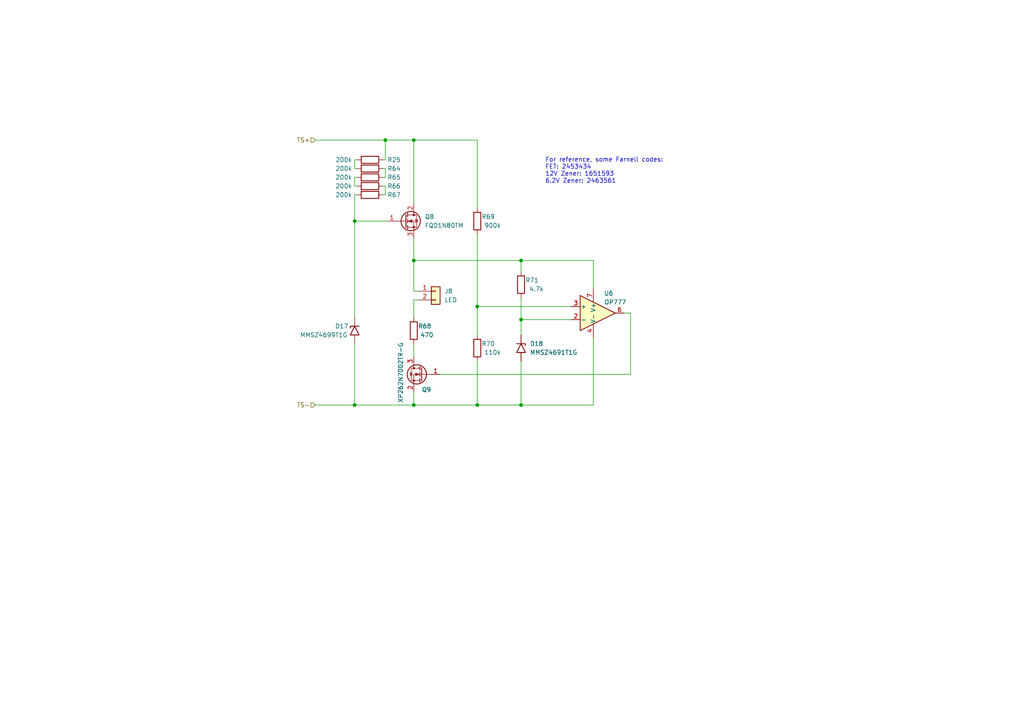
<source format=kicad_sch>
(kicad_sch (version 20211123) (generator eeschema)
  (paper "A4")
  (lib_symbols
    (symbol "Connector_Generic:Conn_01x02" (pin_names (offset 1.016) hide)
      (property "Reference" "J" (at 0 2.54 0))
      (property "Value" "Conn_01x02" (at 0 -5.08 0))
      (symbol "Conn_01x02_1_1"
        (rectangle (start -1.27 -2.413) (end 0 -2.667) (stroke (width 0.1524)))
        (rectangle (start -1.27 0.127) (end 0 -0.127) (stroke (width 0.1524)))
        (rectangle (start -1.27 1.27) (end 1.27 -3.81) (stroke (width 0.254)) (fill (type background)))
        (pin passive line (at -5.08 0 0) (length 3.81) (name "Pin_1") (number "1"))
        (pin passive line (at -5.08 -2.54 0) (length 3.81) (name "Pin_2") (number "2"))
      )
    )
    (symbol "Device:Q_NMOS_GSD" (pin_names (offset 0) hide)
      (property "Reference" "Q" (at 5.08 1.27 0))
      (property "Value" "Q_NMOS_GSD" (at 5.08 -1.27 0))
      (symbol "Q_NMOS_GSD_0_1"
        (polyline (pts (xy 0.254 0) (xy -2.54 0)))
        (polyline (pts (xy 0.254 1.905) (xy 0.254 -1.905)) (stroke (width 0.254)))
        (polyline (pts (xy 0.762 -1.27) (xy 0.762 -2.286)) (stroke (width 0.254)))
        (polyline (pts (xy 0.762 0.508) (xy 0.762 -0.508)) (stroke (width 0.254)))
        (polyline (pts (xy 0.762 2.286) (xy 0.762 1.27)) (stroke (width 0.254)))
        (polyline (pts (xy 2.54 2.54) (xy 2.54 1.778)))
        (polyline (pts (xy 2.54 -2.54) (xy 2.54 0) (xy 0.762 0)))
        (polyline (pts (xy 0.762 -1.778) (xy 3.302 -1.778) (xy 3.302 1.778) (xy 0.762 1.778)))
        (polyline (pts (xy 1.016 0) (xy 2.032 0.381) (xy 2.032 -0.381) (xy 1.016 0)) (fill (type outline)))
        (polyline (pts (xy 2.794 0.508) (xy 2.921 0.381) (xy 3.683 0.381) (xy 3.81 0.254)))
        (polyline (pts (xy 3.302 0.381) (xy 2.921 -0.254) (xy 3.683 -0.254) (xy 3.302 0.381)))
        (circle (center 1.651 0) (radius 2.794) (stroke (width 0.254)))
        (circle (center 2.54 -1.778) (radius 0.254) (fill (type outline)))
        (circle (center 2.54 1.778) (radius 0.254) (fill (type outline)))
      )
      (symbol "Q_NMOS_GSD_1_1"
        (pin input line (at -5.08 0 0) (length 2.54) (name "G") (number "1"))
        (pin passive line (at 2.54 -5.08 90) (length 2.54) (name "S") (number "2"))
        (pin passive line (at 2.54 5.08 270) (length 2.54) (name "D") (number "3"))
      )
    )
    (symbol "Device:R" (pin_numbers hide) (pin_names (offset 0))
      (property "Reference" "R" (at 2.032 0 90))
      (property "Value" "R" (at 0 0 90))
      (symbol "R_0_1"
        (rectangle (start -1.016 -2.54) (end 1.016 2.54) (stroke (width 0.254)))
      )
      (symbol "R_1_1"
        (pin passive line (at 0 3.81 270) (length 1.27) (name "~") (number "1"))
        (pin passive line (at 0 -3.81 90) (length 1.27) (name "~") (number "2"))
      )
    )
    (symbol "Diode:1N630xA" (pin_numbers hide) (pin_names (offset 1.016) hide)
      (property "Reference" "D" (at 0 2.54 0))
      (property "Value" "1N630xA" (at 0 -2.54 0))
      (symbol "1N630xA_0_1"
        (polyline (pts (xy -0.762 1.27) (xy -1.27 1.27) (xy -1.27 -1.27)) (stroke (width 0.254)))
        (polyline (pts (xy 1.27 1.27) (xy 1.27 -1.27) (xy -1.27 0) (xy 1.27 1.27)) (stroke (width 0.254)))
      )
      (symbol "1N630xA_1_1"
        (pin passive line (at -3.81 0 0) (length 2.54) (name "A1") (number "1"))
        (pin passive line (at 3.81 0 180) (length 2.54) (name "A2") (number "2"))
      )
    )
    (symbol "SUFST:FQD1N80TM" (pin_names hide)
      (property "Reference" "Q" (at 6.35 1.905 0))
      (property "Value" "FQD1N80TM" (at 6.35 0 0))
      (symbol "FQD1N80TM_0_1"
        (polyline (pts (xy 0.254 0) (xy -2.54 0)))
        (polyline (pts (xy 0.254 1.905) (xy 0.254 -1.905)) (stroke (width 0.254)))
        (polyline (pts (xy 0.762 -1.27) (xy 0.762 -2.286)) (stroke (width 0.254)))
        (polyline (pts (xy 0.762 0.508) (xy 0.762 -0.508)) (stroke (width 0.254)))
        (polyline (pts (xy 0.762 2.286) (xy 0.762 1.27)) (stroke (width 0.254)))
        (polyline (pts (xy 2.54 2.54) (xy 2.54 1.778)))
        (polyline (pts (xy 2.54 -2.54) (xy 2.54 0) (xy 0.762 0)))
        (polyline (pts (xy 0.762 -1.778) (xy 3.302 -1.778) (xy 3.302 1.778) (xy 0.762 1.778)))
        (polyline (pts (xy 1.016 0) (xy 2.032 0.381) (xy 2.032 -0.381) (xy 1.016 0)) (fill (type outline)))
        (polyline (pts (xy 2.794 0.508) (xy 2.921 0.381) (xy 3.683 0.381) (xy 3.81 0.254)))
        (polyline (pts (xy 3.302 0.381) (xy 2.921 -0.254) (xy 3.683 -0.254) (xy 3.302 0.381)))
        (circle (center 1.651 0) (radius 2.794) (stroke (width 0.254)))
        (circle (center 2.54 -1.778) (radius 0.254) (fill (type outline)))
        (circle (center 2.54 1.778) (radius 0.254) (fill (type outline)))
      )
      (symbol "FQD1N80TM_1_1"
        (pin input line (at -5.08 0 0) (length 2.54) (name "G") (number "1"))
        (pin passive line (at 2.54 5.08 270) (length 2.54) (name "D") (number "2"))
        (pin passive line (at 2.54 -5.08 90) (length 2.54) (name "S") (number "3"))
      )
    )
    (symbol "SUFST:OP777" (pin_names (offset 0.127))
      (property "Reference" "U" (at 1.27 5.715 0))
      (property "Value" "OP777" (at 1.27 3.175 0))
      (symbol "OP777_0_1"
        (polyline (pts (xy -5.08 5.08) (xy 5.08 0) (xy -5.08 -5.08) (xy -5.08 5.08)) (stroke (width 0.254)) (fill (type background)))
      )
      (symbol "OP777_1_1"
        (pin no_connect line (at -2.54 -8.89 90) (length 5.08) hide (name "") (number "1"))
        (pin input line (at -7.62 -1.905 0) (length 2.54) (name "-") (number "2"))
        (pin input line (at -7.62 1.905 0) (length 2.54) (name "+") (number "3"))
        (pin power_in line (at -1.27 -6.985 90) (length 3.81) (name "V-") (number "4"))
        (pin no_connect line (at -2.54 6.35 270) (length 2.54) hide (name "NC") (number "5"))
        (pin output line (at 7.62 0 180) (length 2.54) (name "~") (number "6"))
        (pin power_in line (at -1.27 6.985 270) (length 3.81) (name "V+") (number "7"))
        (pin no_connect line (at 2.54 -7.62 90) (length 6.35) hide (name "") (number "8"))
      )
    )
  )
  (junction (at 151.13 75.565))
  (junction (at 111.76 40.64))
  (junction (at 120.015 117.475))
  (junction (at 138.43 88.9))
  (junction (at 102.87 117.475))
  (junction (at 120.015 40.64))
  (junction (at 102.87 64.135))
  (junction (at 138.43 117.475))
  (junction (at 151.13 92.71))
  (junction (at 120.015 75.565))
  (junction (at 151.13 117.475))
  (wire (pts (xy 151.13 75.565) (xy 172.085 75.565)))
  (wire (pts (xy 182.88 90.805) (xy 182.88 108.585)))
  (wire (pts (xy 172.085 83.82) (xy 172.085 75.565)))
  (wire (pts (xy 151.13 104.775) (xy 151.13 117.475)))
  (wire (pts (xy 120.015 75.565) (xy 120.015 84.455)))
  (wire (pts (xy 102.87 56.515) (xy 102.87 64.135)))
  (wire (pts (xy 151.13 92.71) (xy 151.13 97.155)))
  (wire (pts (xy 120.015 86.995) (xy 121.285 86.995)))
  (wire (pts (xy 102.87 64.135) (xy 102.87 92.075)))
  (wire (pts (xy 111.125 53.975) (xy 111.76 53.975)))
  (wire (pts (xy 102.87 46.355) (xy 103.505 46.355)))
  (wire (pts (xy 138.43 40.64) (xy 138.43 60.325)))
  (wire (pts (xy 138.43 88.9) (xy 138.43 97.155)))
  (wire (pts (xy 102.87 64.135) (xy 112.395 64.135)))
  (wire (pts (xy 111.125 46.355) (xy 111.76 46.355)))
  (wire (pts (xy 102.87 48.895) (xy 102.87 46.355)))
  (wire (pts (xy 103.505 53.975) (xy 102.87 53.975)))
  (wire (pts (xy 120.015 40.64) (xy 138.43 40.64)))
  (wire (pts (xy 138.43 88.9) (xy 165.735 88.9)))
  (wire (pts (xy 138.43 117.475) (xy 120.015 117.475)))
  (wire (pts (xy 120.015 99.695) (xy 120.015 103.505)))
  (wire (pts (xy 111.76 40.64) (xy 111.76 46.355)))
  (wire (pts (xy 120.015 75.565) (xy 151.13 75.565)))
  (wire (pts (xy 111.125 48.895) (xy 111.76 48.895)))
  (wire (pts (xy 102.87 53.975) (xy 102.87 51.435)))
  (wire (pts (xy 111.125 56.515) (xy 111.76 56.515)))
  (wire (pts (xy 120.015 86.995) (xy 120.015 92.075)))
  (wire (pts (xy 127.635 108.585) (xy 182.88 108.585)))
  (wire (pts (xy 91.44 117.475) (xy 102.87 117.475)))
  (wire (pts (xy 91.44 40.64) (xy 111.76 40.64)))
  (wire (pts (xy 180.975 90.805) (xy 182.88 90.805)))
  (wire (pts (xy 138.43 67.945) (xy 138.43 88.9)))
  (wire (pts (xy 111.76 40.64) (xy 120.015 40.64)))
  (wire (pts (xy 120.015 113.665) (xy 120.015 117.475)))
  (wire (pts (xy 138.43 104.775) (xy 138.43 117.475)))
  (wire (pts (xy 103.505 56.515) (xy 102.87 56.515)))
  (wire (pts (xy 120.015 84.455) (xy 121.285 84.455)))
  (wire (pts (xy 172.085 97.79) (xy 172.085 117.475)))
  (wire (pts (xy 102.87 117.475) (xy 102.87 99.695)))
  (wire (pts (xy 120.015 117.475) (xy 102.87 117.475)))
  (wire (pts (xy 151.13 86.36) (xy 151.13 92.71)))
  (wire (pts (xy 120.015 69.215) (xy 120.015 75.565)))
  (wire (pts (xy 111.125 51.435) (xy 111.76 51.435)))
  (wire (pts (xy 103.505 48.895) (xy 102.87 48.895)))
  (wire (pts (xy 102.87 51.435) (xy 103.505 51.435)))
  (wire (pts (xy 172.085 117.475) (xy 151.13 117.475)))
  (wire (pts (xy 151.13 92.71) (xy 165.735 92.71)))
  (wire (pts (xy 120.015 40.64) (xy 120.015 59.055)))
  (wire (pts (xy 111.76 53.975) (xy 111.76 56.515)))
  (wire (pts (xy 111.76 51.435) (xy 111.76 48.895)))
  (wire (pts (xy 138.43 117.475) (xy 151.13 117.475)))
  (wire (pts (xy 151.13 75.565) (xy 151.13 78.74)))
  (text "For reference, some Farnell codes:\nFET: 2453434\n12V Zener: 1651593\n6.2V Zener: 2463561" (at 158.115 53.34 0) (effects (font (size 1.27 1.27)) (justify left bottom)))
  (hierarchical_label "TS+" (shape input) (at 91.44 40.64 180))
  (hierarchical_label "TS-" (shape input) (at 91.44 117.475 180))
  (symbol (lib_id "Diode:1N630xA") (at 102.87 95.885 90) (mirror x) (unit 1)
    (property "Reference" "D17" (at 97.155 94.615 90) (effects (justify right)))
    (property "Value" "MMSZ4699T1G" (at 86.995 97.155 90) (effects (justify right)))
    (property "Footprint" "Diode_SMD:D_SOD-123" (effects hide))
  )
  (symbol (lib_id "Device:R") (at 151.13 82.55 180) (unit 1)
    (property "Reference" "R71" (at 154.305 81.28 0))
    (property "Value" "4.7k" (at 155.575 83.82 0))
    (property "Footprint" "Resistor_SMD:R_0603_1608Metric" (effects hide))
  )
  (symbol (lib_id "Device:R") (at 107.315 53.975 90) (unit 1)
    (property "Reference" "R66" (at 114.3 53.975 90))
    (property "Value" "200k" (at 99.695 53.975 90))
    (property "Footprint" "Resistor_SMD:R_0805_2012Metric" (effects hide))
  )
  (symbol (lib_id "SUFST:OP777") (at 173.355 90.805 0) (unit 1)
    (property "Reference" "U6" (at 176.53 85.09 0))
    (property "Value" "OP777" (at 178.435 87.63 0))
    (property "Footprint" "Package_SO:SOIC-8_3.9x4.9mm_P1.27mm" (effects hide))
    (property "Datasheet" "https://www.analog.com/media/en/technical-documentation/data-sheets/OP777_727_747.pdf" (effects hide))
  )
  (symbol (lib_id "Device:R") (at 107.315 46.355 90) (unit 1)
    (property "Reference" "R25" (at 114.3 46.355 90))
    (property "Value" "200k" (at 99.695 46.355 90))
    (property "Footprint" "Resistor_SMD:R_0805_2012Metric" (effects hide))
  )
  (symbol (lib_id "Device:R") (at 120.015 95.885 180) (unit 1)
    (property "Reference" "R68" (at 123.19 94.615 0))
    (property "Value" "470" (at 123.825 97.155 0))
    (property "Footprint" "Resistor_SMD:R_0603_1608Metric" (effects hide))
  )
  (symbol (lib_id "Connector_Generic:Conn_01x02") (at 126.365 84.455 0) (unit 1)
    (property "Reference" "J8" (at 128.905 84.455 0) (effects (justify left)))
    (property "Value" "LED" (at 128.905 86.995 0) (effects (justify left)))
    (property "Footprint" "SUFST:Molex_Micro-Fit_3.0_43650-0200_1x02_P3.00mm_Horizontal" (effects hide))
  )
  (symbol (lib_id "Device:R") (at 138.43 100.965 180) (unit 1)
    (property "Reference" "R70" (at 141.605 99.695 0))
    (property "Value" "110k" (at 142.875 102.235 0))
    (property "Footprint" "Resistor_SMD:R_0603_1608Metric" (effects hide))
  )
  (symbol (lib_id "Device:R") (at 107.315 48.895 90) (unit 1)
    (property "Reference" "R64" (at 114.3 48.895 90))
    (property "Value" "200k" (at 99.695 48.895 90))
    (property "Footprint" "Resistor_SMD:R_0805_2012Metric" (effects hide))
  )
  (symbol (lib_id "Device:R") (at 107.315 51.435 90) (unit 1)
    (property "Reference" "R65" (at 114.3 51.435 90))
    (property "Value" "200k" (at 99.695 51.435 90))
    (property "Footprint" "Resistor_SMD:R_0805_2012Metric" (effects hide))
  )
  (symbol (lib_id "Device:Q_NMOS_GSD") (at 122.555 108.585 0) (mirror y) (unit 1)
    (property "Reference" "Q9" (at 125.095 113.03 0) (effects (justify left)))
    (property "Value" "XP262N7002TR-G" (at 116.205 116.84 90) (effects (justify left)))
    (property "Footprint" "Package_TO_SOT_SMD:SOT-23" (effects hide))
  )
  (symbol (lib_id "Diode:1N630xA") (at 151.13 100.965 270) (unit 1)
    (property "Reference" "D18" (at 153.67 99.6949 90) (effects (justify left)))
    (property "Value" "MMSZ4691T1G" (at 153.67 102.2349 90) (effects (justify left)))
    (property "Footprint" "Diode_SMD:D_SOD-123" (effects hide))
  )
  (symbol (lib_id "SUFST:FQD1N80TM") (at 117.475 64.135 0) (unit 1)
    (property "Reference" "Q8" (at 123.19 62.8649 0) (effects (justify left)))
    (property "Value" "FQD1N80TM" (at 123.19 65.4049 0) (effects (justify left)))
    (property "Footprint" "Package_TO_SOT_SMD:TO-252-2" (effects hide))
  )
  (symbol (lib_id "Device:R") (at 107.315 56.515 90) (unit 1)
    (property "Reference" "R67" (at 114.3 56.515 90))
    (property "Value" "200k" (at 99.695 56.515 90))
    (property "Footprint" "Resistor_SMD:R_0805_2012Metric" (effects hide))
  )
  (symbol (lib_id "Device:R") (at 138.43 64.135 180) (unit 1)
    (property "Reference" "R69" (at 141.605 62.865 0))
    (property "Value" "900k" (at 142.875 65.405 0))
    (property "Footprint" "Resistor_SMD:R_0603_1608Metric" (effects hide))
  )
)
</source>
